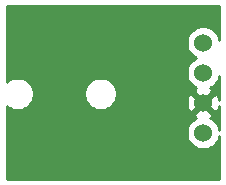
<source format=gbr>
G04 #@! TF.GenerationSoftware,KiCad,Pcbnew,(5.1.5)-3*
G04 #@! TF.CreationDate,2020-12-21T12:14:11+01:00*
G04 #@! TF.ProjectId,epimetheus_bme280_alt,6570696d-6574-4686-9575-735f626d6532,rev?*
G04 #@! TF.SameCoordinates,Original*
G04 #@! TF.FileFunction,Copper,L2,Bot*
G04 #@! TF.FilePolarity,Positive*
%FSLAX46Y46*%
G04 Gerber Fmt 4.6, Leading zero omitted, Abs format (unit mm)*
G04 Created by KiCad (PCBNEW (5.1.5)-3) date 2020-12-21 12:14:11*
%MOMM*%
%LPD*%
G04 APERTURE LIST*
%ADD10C,1.524000*%
%ADD11C,0.800000*%
%ADD12C,0.254000*%
G04 APERTURE END LIST*
D10*
X179070000Y-26670000D03*
X179070000Y-29210000D03*
X179070000Y-31750000D03*
X179070000Y-34290000D03*
D11*
X172720000Y-35560000D03*
D12*
G36*
X180442001Y-26406728D02*
G01*
X180413314Y-26262510D01*
X180308005Y-26008273D01*
X180155120Y-25779465D01*
X179960535Y-25584880D01*
X179731727Y-25431995D01*
X179477490Y-25326686D01*
X179207592Y-25273000D01*
X178932408Y-25273000D01*
X178662510Y-25326686D01*
X178408273Y-25431995D01*
X178179465Y-25584880D01*
X177984880Y-25779465D01*
X177831995Y-26008273D01*
X177726686Y-26262510D01*
X177673000Y-26532408D01*
X177673000Y-26807592D01*
X177726686Y-27077490D01*
X177831995Y-27331727D01*
X177984880Y-27560535D01*
X178179465Y-27755120D01*
X178408273Y-27908005D01*
X178485515Y-27940000D01*
X178408273Y-27971995D01*
X178179465Y-28124880D01*
X177984880Y-28319465D01*
X177831995Y-28548273D01*
X177726686Y-28802510D01*
X177673000Y-29072408D01*
X177673000Y-29347592D01*
X177726686Y-29617490D01*
X177831995Y-29871727D01*
X177984880Y-30100535D01*
X178179465Y-30295120D01*
X178408273Y-30448005D01*
X178479943Y-30477692D01*
X178466977Y-30482364D01*
X178351020Y-30544344D01*
X178284040Y-30784435D01*
X179070000Y-31570395D01*
X179855960Y-30784435D01*
X179788980Y-30544344D01*
X179653240Y-30480515D01*
X179731727Y-30448005D01*
X179960535Y-30295120D01*
X180155120Y-30100535D01*
X180308005Y-29871727D01*
X180413314Y-29617490D01*
X180442001Y-29473273D01*
X180442000Y-31479416D01*
X180430922Y-31405867D01*
X180337636Y-31146977D01*
X180275656Y-31031020D01*
X180035565Y-30964040D01*
X179249605Y-31750000D01*
X180035565Y-32535960D01*
X180275656Y-32468980D01*
X180392756Y-32219952D01*
X180442000Y-32021474D01*
X180442000Y-34026726D01*
X180413314Y-33882510D01*
X180308005Y-33628273D01*
X180155120Y-33399465D01*
X179960535Y-33204880D01*
X179731727Y-33051995D01*
X179660057Y-33022308D01*
X179673023Y-33017636D01*
X179788980Y-32955656D01*
X179855960Y-32715565D01*
X179070000Y-31929605D01*
X178284040Y-32715565D01*
X178351020Y-32955656D01*
X178486760Y-33019485D01*
X178408273Y-33051995D01*
X178179465Y-33204880D01*
X177984880Y-33399465D01*
X177831995Y-33628273D01*
X177726686Y-33882510D01*
X177673000Y-34152408D01*
X177673000Y-34427592D01*
X177726686Y-34697490D01*
X177831995Y-34951727D01*
X177984880Y-35180535D01*
X178179465Y-35375120D01*
X178408273Y-35528005D01*
X178662510Y-35633314D01*
X178932408Y-35687000D01*
X179207592Y-35687000D01*
X179477490Y-35633314D01*
X179731727Y-35528005D01*
X179960535Y-35375120D01*
X180155120Y-35180535D01*
X180308005Y-34951727D01*
X180413314Y-34697490D01*
X180442000Y-34553274D01*
X180442000Y-38202000D01*
X162458000Y-38202000D01*
X162458000Y-32031685D01*
X162490114Y-32063799D01*
X162716957Y-32215371D01*
X162969011Y-32319775D01*
X163236589Y-32373000D01*
X163509411Y-32373000D01*
X163776989Y-32319775D01*
X164029043Y-32215371D01*
X164255886Y-32063799D01*
X164448799Y-31870886D01*
X164600371Y-31644043D01*
X164704775Y-31391989D01*
X164758000Y-31124411D01*
X164758000Y-30851589D01*
X168988000Y-30851589D01*
X168988000Y-31124411D01*
X169041225Y-31391989D01*
X169145629Y-31644043D01*
X169297201Y-31870886D01*
X169490114Y-32063799D01*
X169716957Y-32215371D01*
X169969011Y-32319775D01*
X170236589Y-32373000D01*
X170509411Y-32373000D01*
X170776989Y-32319775D01*
X171029043Y-32215371D01*
X171255886Y-32063799D01*
X171448799Y-31870886D01*
X171481452Y-31822017D01*
X177668090Y-31822017D01*
X177709078Y-32094133D01*
X177802364Y-32353023D01*
X177864344Y-32468980D01*
X178104435Y-32535960D01*
X178890395Y-31750000D01*
X178104435Y-30964040D01*
X177864344Y-31031020D01*
X177747244Y-31280048D01*
X177680977Y-31547135D01*
X177668090Y-31822017D01*
X171481452Y-31822017D01*
X171600371Y-31644043D01*
X171704775Y-31391989D01*
X171758000Y-31124411D01*
X171758000Y-30851589D01*
X171704775Y-30584011D01*
X171600371Y-30331957D01*
X171448799Y-30105114D01*
X171255886Y-29912201D01*
X171029043Y-29760629D01*
X170776989Y-29656225D01*
X170509411Y-29603000D01*
X170236589Y-29603000D01*
X169969011Y-29656225D01*
X169716957Y-29760629D01*
X169490114Y-29912201D01*
X169297201Y-30105114D01*
X169145629Y-30331957D01*
X169041225Y-30584011D01*
X168988000Y-30851589D01*
X164758000Y-30851589D01*
X164704775Y-30584011D01*
X164600371Y-30331957D01*
X164448799Y-30105114D01*
X164255886Y-29912201D01*
X164029043Y-29760629D01*
X163776989Y-29656225D01*
X163509411Y-29603000D01*
X163236589Y-29603000D01*
X162969011Y-29656225D01*
X162716957Y-29760629D01*
X162490114Y-29912201D01*
X162458000Y-29944315D01*
X162458000Y-23520000D01*
X180442001Y-23520000D01*
X180442001Y-26406728D01*
G37*
X180442001Y-26406728D02*
X180413314Y-26262510D01*
X180308005Y-26008273D01*
X180155120Y-25779465D01*
X179960535Y-25584880D01*
X179731727Y-25431995D01*
X179477490Y-25326686D01*
X179207592Y-25273000D01*
X178932408Y-25273000D01*
X178662510Y-25326686D01*
X178408273Y-25431995D01*
X178179465Y-25584880D01*
X177984880Y-25779465D01*
X177831995Y-26008273D01*
X177726686Y-26262510D01*
X177673000Y-26532408D01*
X177673000Y-26807592D01*
X177726686Y-27077490D01*
X177831995Y-27331727D01*
X177984880Y-27560535D01*
X178179465Y-27755120D01*
X178408273Y-27908005D01*
X178485515Y-27940000D01*
X178408273Y-27971995D01*
X178179465Y-28124880D01*
X177984880Y-28319465D01*
X177831995Y-28548273D01*
X177726686Y-28802510D01*
X177673000Y-29072408D01*
X177673000Y-29347592D01*
X177726686Y-29617490D01*
X177831995Y-29871727D01*
X177984880Y-30100535D01*
X178179465Y-30295120D01*
X178408273Y-30448005D01*
X178479943Y-30477692D01*
X178466977Y-30482364D01*
X178351020Y-30544344D01*
X178284040Y-30784435D01*
X179070000Y-31570395D01*
X179855960Y-30784435D01*
X179788980Y-30544344D01*
X179653240Y-30480515D01*
X179731727Y-30448005D01*
X179960535Y-30295120D01*
X180155120Y-30100535D01*
X180308005Y-29871727D01*
X180413314Y-29617490D01*
X180442001Y-29473273D01*
X180442000Y-31479416D01*
X180430922Y-31405867D01*
X180337636Y-31146977D01*
X180275656Y-31031020D01*
X180035565Y-30964040D01*
X179249605Y-31750000D01*
X180035565Y-32535960D01*
X180275656Y-32468980D01*
X180392756Y-32219952D01*
X180442000Y-32021474D01*
X180442000Y-34026726D01*
X180413314Y-33882510D01*
X180308005Y-33628273D01*
X180155120Y-33399465D01*
X179960535Y-33204880D01*
X179731727Y-33051995D01*
X179660057Y-33022308D01*
X179673023Y-33017636D01*
X179788980Y-32955656D01*
X179855960Y-32715565D01*
X179070000Y-31929605D01*
X178284040Y-32715565D01*
X178351020Y-32955656D01*
X178486760Y-33019485D01*
X178408273Y-33051995D01*
X178179465Y-33204880D01*
X177984880Y-33399465D01*
X177831995Y-33628273D01*
X177726686Y-33882510D01*
X177673000Y-34152408D01*
X177673000Y-34427592D01*
X177726686Y-34697490D01*
X177831995Y-34951727D01*
X177984880Y-35180535D01*
X178179465Y-35375120D01*
X178408273Y-35528005D01*
X178662510Y-35633314D01*
X178932408Y-35687000D01*
X179207592Y-35687000D01*
X179477490Y-35633314D01*
X179731727Y-35528005D01*
X179960535Y-35375120D01*
X180155120Y-35180535D01*
X180308005Y-34951727D01*
X180413314Y-34697490D01*
X180442000Y-34553274D01*
X180442000Y-38202000D01*
X162458000Y-38202000D01*
X162458000Y-32031685D01*
X162490114Y-32063799D01*
X162716957Y-32215371D01*
X162969011Y-32319775D01*
X163236589Y-32373000D01*
X163509411Y-32373000D01*
X163776989Y-32319775D01*
X164029043Y-32215371D01*
X164255886Y-32063799D01*
X164448799Y-31870886D01*
X164600371Y-31644043D01*
X164704775Y-31391989D01*
X164758000Y-31124411D01*
X164758000Y-30851589D01*
X168988000Y-30851589D01*
X168988000Y-31124411D01*
X169041225Y-31391989D01*
X169145629Y-31644043D01*
X169297201Y-31870886D01*
X169490114Y-32063799D01*
X169716957Y-32215371D01*
X169969011Y-32319775D01*
X170236589Y-32373000D01*
X170509411Y-32373000D01*
X170776989Y-32319775D01*
X171029043Y-32215371D01*
X171255886Y-32063799D01*
X171448799Y-31870886D01*
X171481452Y-31822017D01*
X177668090Y-31822017D01*
X177709078Y-32094133D01*
X177802364Y-32353023D01*
X177864344Y-32468980D01*
X178104435Y-32535960D01*
X178890395Y-31750000D01*
X178104435Y-30964040D01*
X177864344Y-31031020D01*
X177747244Y-31280048D01*
X177680977Y-31547135D01*
X177668090Y-31822017D01*
X171481452Y-31822017D01*
X171600371Y-31644043D01*
X171704775Y-31391989D01*
X171758000Y-31124411D01*
X171758000Y-30851589D01*
X171704775Y-30584011D01*
X171600371Y-30331957D01*
X171448799Y-30105114D01*
X171255886Y-29912201D01*
X171029043Y-29760629D01*
X170776989Y-29656225D01*
X170509411Y-29603000D01*
X170236589Y-29603000D01*
X169969011Y-29656225D01*
X169716957Y-29760629D01*
X169490114Y-29912201D01*
X169297201Y-30105114D01*
X169145629Y-30331957D01*
X169041225Y-30584011D01*
X168988000Y-30851589D01*
X164758000Y-30851589D01*
X164704775Y-30584011D01*
X164600371Y-30331957D01*
X164448799Y-30105114D01*
X164255886Y-29912201D01*
X164029043Y-29760629D01*
X163776989Y-29656225D01*
X163509411Y-29603000D01*
X163236589Y-29603000D01*
X162969011Y-29656225D01*
X162716957Y-29760629D01*
X162490114Y-29912201D01*
X162458000Y-29944315D01*
X162458000Y-23520000D01*
X180442001Y-23520000D01*
X180442001Y-26406728D01*
M02*

</source>
